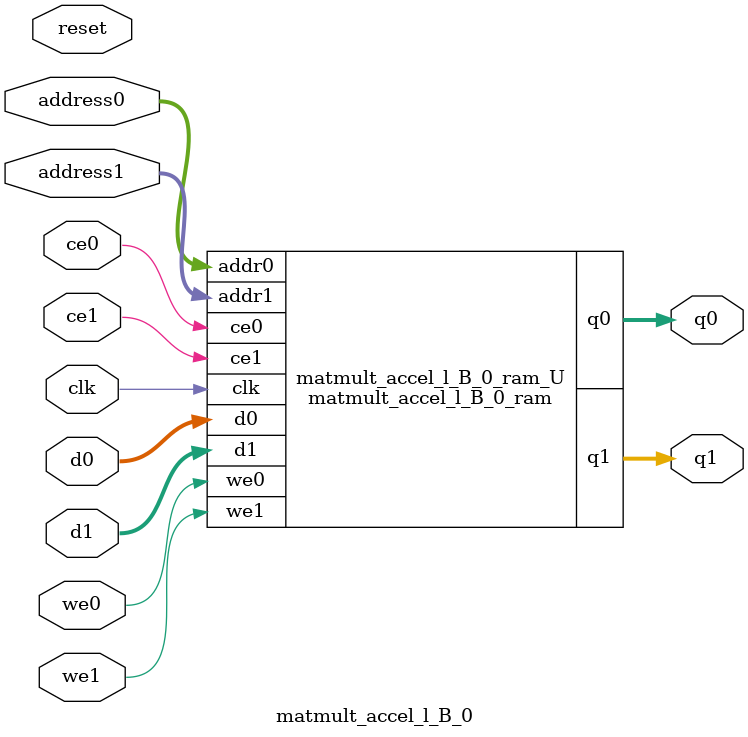
<source format=v>
`timescale 1 ns / 1 ps
module matmult_accel_l_B_0_ram (addr0, ce0, d0, we0, q0, addr1, ce1, d1, we1, q1,  clk);

parameter DWIDTH = 32;
parameter AWIDTH = 10;
parameter MEM_SIZE = 1024;

input[AWIDTH-1:0] addr0;
input ce0;
input[DWIDTH-1:0] d0;
input we0;
output reg[DWIDTH-1:0] q0;
input[AWIDTH-1:0] addr1;
input ce1;
input[DWIDTH-1:0] d1;
input we1;
output reg[DWIDTH-1:0] q1;
input clk;

reg [DWIDTH-1:0] ram[0:MEM_SIZE-1];




always @(posedge clk)  
begin 
    if (ce0) begin
        if (we0) 
            ram[addr0] <= d0; 
        q0 <= ram[addr0];
    end
end


always @(posedge clk)  
begin 
    if (ce1) begin
        if (we1) 
            ram[addr1] <= d1; 
        q1 <= ram[addr1];
    end
end


endmodule

`timescale 1 ns / 1 ps
module matmult_accel_l_B_0(
    reset,
    clk,
    address0,
    ce0,
    we0,
    d0,
    q0,
    address1,
    ce1,
    we1,
    d1,
    q1);

parameter DataWidth = 32'd32;
parameter AddressRange = 32'd1024;
parameter AddressWidth = 32'd10;
input reset;
input clk;
input[AddressWidth - 1:0] address0;
input ce0;
input we0;
input[DataWidth - 1:0] d0;
output[DataWidth - 1:0] q0;
input[AddressWidth - 1:0] address1;
input ce1;
input we1;
input[DataWidth - 1:0] d1;
output[DataWidth - 1:0] q1;



matmult_accel_l_B_0_ram matmult_accel_l_B_0_ram_U(
    .clk( clk ),
    .addr0( address0 ),
    .ce0( ce0 ),
    .we0( we0 ),
    .d0( d0 ),
    .q0( q0 ),
    .addr1( address1 ),
    .ce1( ce1 ),
    .we1( we1 ),
    .d1( d1 ),
    .q1( q1 ));

endmodule


</source>
